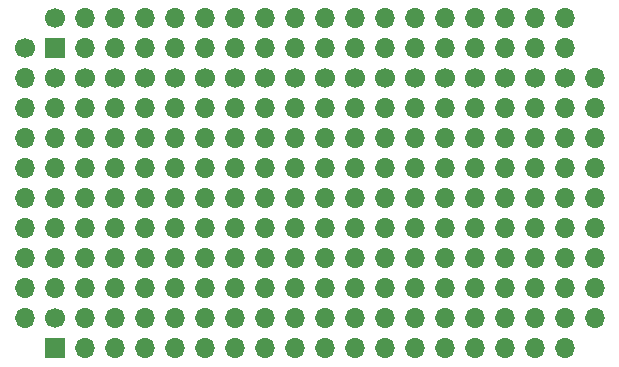
<source format=gbr>
G04 #@! TF.GenerationSoftware,KiCad,Pcbnew,(5.0.2)-1*
G04 #@! TF.CreationDate,2019-01-14T22:57:45+09:00*
G04 #@! TF.ProjectId,PocketBeagle,506f636b-6574-4426-9561-676c652e6b69,rev?*
G04 #@! TF.SameCoordinates,Original*
G04 #@! TF.FileFunction,Copper,L3,Inr*
G04 #@! TF.FilePolarity,Positive*
%FSLAX46Y46*%
G04 Gerber Fmt 4.6, Leading zero omitted, Abs format (unit mm)*
G04 Created by KiCad (PCBNEW (5.0.2)-1) date 2019/01/14 22:57:45*
%MOMM*%
%LPD*%
G01*
G04 APERTURE LIST*
G04 #@! TA.AperFunction,ViaPad*
%ADD10C,1.700000*%
G04 #@! TD*
G04 #@! TA.AperFunction,ViaPad*
%ADD11O,1.700000X1.700000*%
G04 #@! TD*
G04 #@! TA.AperFunction,ViaPad*
%ADD12R,1.700000X1.700000*%
G04 #@! TD*
G04 APERTURE END LIST*
D10*
G04 #@! TO.N,Net-(J24-Pad1)*
G04 #@! TO.C,J24*
X170078400Y-96062800D03*
D11*
G04 #@! TO.N,Net-(J24-Pad2)*
X170078400Y-98602800D03*
G04 #@! TO.N,Net-(J24-Pad3)*
X170078400Y-101142800D03*
G04 #@! TO.N,Net-(J24-Pad4)*
X170078400Y-103682800D03*
G04 #@! TO.N,Net-(J24-Pad5)*
X170078400Y-106222800D03*
G04 #@! TO.N,Net-(J24-Pad6)*
X170078400Y-108762800D03*
G04 #@! TO.N,Net-(J24-Pad7)*
X170078400Y-111302800D03*
G04 #@! TO.N,Net-(J24-Pad8)*
X170078400Y-113842800D03*
G04 #@! TD*
G04 #@! TO.N,Net-(J23-Pad8)*
G04 #@! TO.C,J23*
X167538400Y-113842800D03*
G04 #@! TO.N,Net-(J23-Pad7)*
X167538400Y-111302800D03*
G04 #@! TO.N,Net-(J23-Pad6)*
X167538400Y-108762800D03*
G04 #@! TO.N,Net-(J23-Pad5)*
X167538400Y-106222800D03*
G04 #@! TO.N,Net-(J23-Pad4)*
X167538400Y-103682800D03*
G04 #@! TO.N,Net-(J23-Pad3)*
X167538400Y-101142800D03*
G04 #@! TO.N,Net-(J23-Pad2)*
X167538400Y-98602800D03*
D10*
G04 #@! TO.N,Net-(J23-Pad1)*
X167538400Y-96062800D03*
G04 #@! TD*
G04 #@! TO.N,Net-(J22-Pad1)*
G04 #@! TO.C,J22*
X164998400Y-96062800D03*
D11*
G04 #@! TO.N,Net-(J22-Pad2)*
X164998400Y-98602800D03*
G04 #@! TO.N,Net-(J22-Pad3)*
X164998400Y-101142800D03*
G04 #@! TO.N,Net-(J22-Pad4)*
X164998400Y-103682800D03*
G04 #@! TO.N,Net-(J22-Pad5)*
X164998400Y-106222800D03*
G04 #@! TO.N,Net-(J22-Pad6)*
X164998400Y-108762800D03*
G04 #@! TO.N,Net-(J22-Pad7)*
X164998400Y-111302800D03*
G04 #@! TO.N,Net-(J22-Pad8)*
X164998400Y-113842800D03*
G04 #@! TD*
G04 #@! TO.N,Net-(J21-Pad8)*
G04 #@! TO.C,J21*
X162458400Y-113842800D03*
G04 #@! TO.N,Net-(J21-Pad7)*
X162458400Y-111302800D03*
G04 #@! TO.N,Net-(J21-Pad6)*
X162458400Y-108762800D03*
G04 #@! TO.N,Net-(J21-Pad5)*
X162458400Y-106222800D03*
G04 #@! TO.N,Net-(J21-Pad4)*
X162458400Y-103682800D03*
G04 #@! TO.N,Net-(J21-Pad3)*
X162458400Y-101142800D03*
G04 #@! TO.N,Net-(J21-Pad2)*
X162458400Y-98602800D03*
D10*
G04 #@! TO.N,Net-(J21-Pad1)*
X162458400Y-96062800D03*
G04 #@! TD*
G04 #@! TO.N,Net-(J20-Pad1)*
G04 #@! TO.C,J20*
X159918400Y-96062800D03*
D11*
G04 #@! TO.N,Net-(J20-Pad2)*
X159918400Y-98602800D03*
G04 #@! TO.N,Net-(J20-Pad3)*
X159918400Y-101142800D03*
G04 #@! TO.N,Net-(J20-Pad4)*
X159918400Y-103682800D03*
G04 #@! TO.N,Net-(J20-Pad5)*
X159918400Y-106222800D03*
G04 #@! TO.N,Net-(J20-Pad6)*
X159918400Y-108762800D03*
G04 #@! TO.N,Net-(J20-Pad7)*
X159918400Y-111302800D03*
G04 #@! TO.N,Net-(J20-Pad8)*
X159918400Y-113842800D03*
G04 #@! TD*
G04 #@! TO.N,Net-(J19-Pad8)*
G04 #@! TO.C,J19*
X157378400Y-113842800D03*
G04 #@! TO.N,Net-(J19-Pad7)*
X157378400Y-111302800D03*
G04 #@! TO.N,Net-(J19-Pad6)*
X157378400Y-108762800D03*
G04 #@! TO.N,Net-(J19-Pad5)*
X157378400Y-106222800D03*
G04 #@! TO.N,Net-(J19-Pad4)*
X157378400Y-103682800D03*
G04 #@! TO.N,Net-(J19-Pad3)*
X157378400Y-101142800D03*
G04 #@! TO.N,Net-(J19-Pad2)*
X157378400Y-98602800D03*
D10*
G04 #@! TO.N,Net-(J19-Pad1)*
X157378400Y-96062800D03*
G04 #@! TD*
G04 #@! TO.N,Net-(J18-Pad1)*
G04 #@! TO.C,J18*
X154838400Y-96062800D03*
D11*
G04 #@! TO.N,Net-(J18-Pad2)*
X154838400Y-98602800D03*
G04 #@! TO.N,Net-(J18-Pad3)*
X154838400Y-101142800D03*
G04 #@! TO.N,Net-(J18-Pad4)*
X154838400Y-103682800D03*
G04 #@! TO.N,Net-(J18-Pad5)*
X154838400Y-106222800D03*
G04 #@! TO.N,Net-(J18-Pad6)*
X154838400Y-108762800D03*
G04 #@! TO.N,Net-(J18-Pad7)*
X154838400Y-111302800D03*
G04 #@! TO.N,Net-(J18-Pad8)*
X154838400Y-113842800D03*
G04 #@! TD*
G04 #@! TO.N,Net-(J17-Pad8)*
G04 #@! TO.C,J17*
X152298400Y-113842800D03*
G04 #@! TO.N,Net-(J17-Pad7)*
X152298400Y-111302800D03*
G04 #@! TO.N,Net-(J17-Pad6)*
X152298400Y-108762800D03*
G04 #@! TO.N,Net-(J17-Pad5)*
X152298400Y-106222800D03*
G04 #@! TO.N,Net-(J17-Pad4)*
X152298400Y-103682800D03*
G04 #@! TO.N,Net-(J17-Pad3)*
X152298400Y-101142800D03*
G04 #@! TO.N,Net-(J17-Pad2)*
X152298400Y-98602800D03*
D10*
G04 #@! TO.N,Net-(J17-Pad1)*
X152298400Y-96062800D03*
G04 #@! TD*
G04 #@! TO.N,Net-(J16-Pad1)*
G04 #@! TO.C,J16*
X149758400Y-96062800D03*
D11*
G04 #@! TO.N,Net-(J16-Pad2)*
X149758400Y-98602800D03*
G04 #@! TO.N,Net-(J16-Pad3)*
X149758400Y-101142800D03*
G04 #@! TO.N,Net-(J16-Pad4)*
X149758400Y-103682800D03*
G04 #@! TO.N,Net-(J16-Pad5)*
X149758400Y-106222800D03*
G04 #@! TO.N,Net-(J16-Pad6)*
X149758400Y-108762800D03*
G04 #@! TO.N,Net-(J16-Pad7)*
X149758400Y-111302800D03*
G04 #@! TO.N,Net-(J16-Pad8)*
X149758400Y-113842800D03*
G04 #@! TD*
G04 #@! TO.N,Net-(J15-Pad8)*
G04 #@! TO.C,J15*
X147218400Y-113842800D03*
G04 #@! TO.N,Net-(J15-Pad7)*
X147218400Y-111302800D03*
G04 #@! TO.N,Net-(J15-Pad6)*
X147218400Y-108762800D03*
G04 #@! TO.N,Net-(J15-Pad5)*
X147218400Y-106222800D03*
G04 #@! TO.N,Net-(J15-Pad4)*
X147218400Y-103682800D03*
G04 #@! TO.N,Net-(J15-Pad3)*
X147218400Y-101142800D03*
G04 #@! TO.N,Net-(J15-Pad2)*
X147218400Y-98602800D03*
D10*
G04 #@! TO.N,Net-(J15-Pad1)*
X147218400Y-96062800D03*
G04 #@! TD*
G04 #@! TO.N,Net-(J14-Pad1)*
G04 #@! TO.C,J14*
X144678400Y-96062800D03*
D11*
G04 #@! TO.N,Net-(J14-Pad2)*
X144678400Y-98602800D03*
G04 #@! TO.N,Net-(J14-Pad3)*
X144678400Y-101142800D03*
G04 #@! TO.N,Net-(J14-Pad4)*
X144678400Y-103682800D03*
G04 #@! TO.N,Net-(J14-Pad5)*
X144678400Y-106222800D03*
G04 #@! TO.N,Net-(J14-Pad6)*
X144678400Y-108762800D03*
G04 #@! TO.N,Net-(J14-Pad7)*
X144678400Y-111302800D03*
G04 #@! TO.N,Net-(J14-Pad8)*
X144678400Y-113842800D03*
G04 #@! TD*
G04 #@! TO.N,Net-(J13-Pad8)*
G04 #@! TO.C,J13*
X142138400Y-113842800D03*
G04 #@! TO.N,Net-(J13-Pad7)*
X142138400Y-111302800D03*
G04 #@! TO.N,Net-(J13-Pad6)*
X142138400Y-108762800D03*
G04 #@! TO.N,Net-(J13-Pad5)*
X142138400Y-106222800D03*
G04 #@! TO.N,Net-(J13-Pad4)*
X142138400Y-103682800D03*
G04 #@! TO.N,Net-(J13-Pad3)*
X142138400Y-101142800D03*
G04 #@! TO.N,Net-(J13-Pad2)*
X142138400Y-98602800D03*
D10*
G04 #@! TO.N,Net-(J13-Pad1)*
X142138400Y-96062800D03*
G04 #@! TD*
G04 #@! TO.N,Net-(J12-Pad1)*
G04 #@! TO.C,J12*
X139598400Y-96062800D03*
D11*
G04 #@! TO.N,Net-(J12-Pad2)*
X139598400Y-98602800D03*
G04 #@! TO.N,Net-(J12-Pad3)*
X139598400Y-101142800D03*
G04 #@! TO.N,Net-(J12-Pad4)*
X139598400Y-103682800D03*
G04 #@! TO.N,Net-(J12-Pad5)*
X139598400Y-106222800D03*
G04 #@! TO.N,Net-(J12-Pad6)*
X139598400Y-108762800D03*
G04 #@! TO.N,Net-(J12-Pad7)*
X139598400Y-111302800D03*
G04 #@! TO.N,Net-(J12-Pad8)*
X139598400Y-113842800D03*
G04 #@! TD*
G04 #@! TO.N,Net-(J11-Pad8)*
G04 #@! TO.C,J11*
X137058400Y-113842800D03*
G04 #@! TO.N,Net-(J11-Pad7)*
X137058400Y-111302800D03*
G04 #@! TO.N,Net-(J11-Pad6)*
X137058400Y-108762800D03*
G04 #@! TO.N,Net-(J11-Pad5)*
X137058400Y-106222800D03*
G04 #@! TO.N,Net-(J11-Pad4)*
X137058400Y-103682800D03*
G04 #@! TO.N,Net-(J11-Pad3)*
X137058400Y-101142800D03*
G04 #@! TO.N,Net-(J11-Pad2)*
X137058400Y-98602800D03*
D10*
G04 #@! TO.N,Net-(J11-Pad1)*
X137058400Y-96062800D03*
G04 #@! TD*
G04 #@! TO.N,Net-(J10-Pad1)*
G04 #@! TO.C,J10*
X134518400Y-96062800D03*
D11*
G04 #@! TO.N,Net-(J10-Pad2)*
X134518400Y-98602800D03*
G04 #@! TO.N,Net-(J10-Pad3)*
X134518400Y-101142800D03*
G04 #@! TO.N,Net-(J10-Pad4)*
X134518400Y-103682800D03*
G04 #@! TO.N,Net-(J10-Pad5)*
X134518400Y-106222800D03*
G04 #@! TO.N,Net-(J10-Pad6)*
X134518400Y-108762800D03*
G04 #@! TO.N,Net-(J10-Pad7)*
X134518400Y-111302800D03*
G04 #@! TO.N,Net-(J10-Pad8)*
X134518400Y-113842800D03*
G04 #@! TD*
G04 #@! TO.N,Net-(J9-Pad8)*
G04 #@! TO.C,J9*
X131978400Y-113842800D03*
G04 #@! TO.N,Net-(J9-Pad7)*
X131978400Y-111302800D03*
G04 #@! TO.N,Net-(J9-Pad6)*
X131978400Y-108762800D03*
G04 #@! TO.N,Net-(J9-Pad5)*
X131978400Y-106222800D03*
G04 #@! TO.N,Net-(J9-Pad4)*
X131978400Y-103682800D03*
G04 #@! TO.N,Net-(J9-Pad3)*
X131978400Y-101142800D03*
G04 #@! TO.N,Net-(J9-Pad2)*
X131978400Y-98602800D03*
D10*
G04 #@! TO.N,Net-(J9-Pad1)*
X131978400Y-96062800D03*
G04 #@! TD*
G04 #@! TO.N,Net-(J8-Pad1)*
G04 #@! TO.C,J8*
X129438400Y-96062800D03*
D11*
G04 #@! TO.N,Net-(J8-Pad2)*
X129438400Y-98602800D03*
G04 #@! TO.N,Net-(J8-Pad3)*
X129438400Y-101142800D03*
G04 #@! TO.N,Net-(J8-Pad4)*
X129438400Y-103682800D03*
G04 #@! TO.N,Net-(J8-Pad5)*
X129438400Y-106222800D03*
G04 #@! TO.N,Net-(J8-Pad6)*
X129438400Y-108762800D03*
G04 #@! TO.N,Net-(J8-Pad7)*
X129438400Y-111302800D03*
G04 #@! TO.N,Net-(J8-Pad8)*
X129438400Y-113842800D03*
G04 #@! TD*
G04 #@! TO.N,Net-(J7-Pad8)*
G04 #@! TO.C,J7*
X126898400Y-113842800D03*
G04 #@! TO.N,Net-(J7-Pad7)*
X126898400Y-111302800D03*
G04 #@! TO.N,Net-(J7-Pad6)*
X126898400Y-108762800D03*
G04 #@! TO.N,Net-(J7-Pad5)*
X126898400Y-106222800D03*
G04 #@! TO.N,Net-(J7-Pad4)*
X126898400Y-103682800D03*
G04 #@! TO.N,Net-(J7-Pad3)*
X126898400Y-101142800D03*
G04 #@! TO.N,Net-(J7-Pad2)*
X126898400Y-98602800D03*
D10*
G04 #@! TO.N,Net-(J7-Pad1)*
X126898400Y-96062800D03*
G04 #@! TD*
D11*
G04 #@! TO.N,Net-(J6-Pad10)*
G04 #@! TO.C,J6*
X172618400Y-116382800D03*
G04 #@! TO.N,Net-(J6-Pad9)*
X172618400Y-113842800D03*
G04 #@! TO.N,Net-(J6-Pad8)*
X172618400Y-111302800D03*
G04 #@! TO.N,Net-(J6-Pad7)*
X172618400Y-108762800D03*
G04 #@! TO.N,Net-(J6-Pad6)*
X172618400Y-106222800D03*
G04 #@! TO.N,Net-(J6-Pad5)*
X172618400Y-103682800D03*
G04 #@! TO.N,Net-(J6-Pad4)*
X172618400Y-101142800D03*
G04 #@! TO.N,Net-(J6-Pad3)*
X172618400Y-98602800D03*
G04 #@! TO.N,Net-(J6-Pad2)*
X172618400Y-96062800D03*
G04 #@! TD*
D10*
G04 #@! TO.N,Net-(J5-Pad1)*
G04 #@! TO.C,J5*
X124358400Y-93522800D03*
D11*
G04 #@! TO.N,Net-(J5-Pad2)*
X124358400Y-96062800D03*
G04 #@! TO.N,Net-(J5-Pad3)*
X124358400Y-98602800D03*
G04 #@! TO.N,Net-(J5-Pad4)*
X124358400Y-101142800D03*
G04 #@! TO.N,Net-(J5-Pad5)*
X124358400Y-103682800D03*
G04 #@! TO.N,Net-(J5-Pad6)*
X124358400Y-106222800D03*
G04 #@! TO.N,Net-(J5-Pad7)*
X124358400Y-108762800D03*
G04 #@! TO.N,Net-(J5-Pad8)*
X124358400Y-111302800D03*
G04 #@! TO.N,Net-(J5-Pad9)*
X124358400Y-113842800D03*
G04 #@! TO.N,Net-(J5-Pad10)*
X124358400Y-116382800D03*
G04 #@! TD*
D10*
G04 #@! TO.N,Net-(J2-Pad1)*
G04 #@! TO.C,J2*
X126898400Y-116382800D03*
D11*
G04 #@! TO.N,Net-(J2-Pad2)*
X129438400Y-116382800D03*
G04 #@! TO.N,Net-(J2-Pad3)*
X131978400Y-116382800D03*
G04 #@! TO.N,Net-(J2-Pad4)*
X134518400Y-116382800D03*
G04 #@! TO.N,Net-(J2-Pad5)*
X137058400Y-116382800D03*
G04 #@! TO.N,Net-(J2-Pad6)*
X139598400Y-116382800D03*
G04 #@! TO.N,Net-(J2-Pad7)*
X142138400Y-116382800D03*
G04 #@! TO.N,Net-(J2-Pad8)*
X144678400Y-116382800D03*
G04 #@! TO.N,Net-(J2-Pad9)*
X147218400Y-116382800D03*
G04 #@! TO.N,Net-(J2-Pad10)*
X149758400Y-116382800D03*
G04 #@! TO.N,Net-(J2-Pad11)*
X152298400Y-116382800D03*
G04 #@! TO.N,Net-(J2-Pad12)*
X154838400Y-116382800D03*
G04 #@! TO.N,Net-(J2-Pad13)*
X157378400Y-116382800D03*
G04 #@! TO.N,Net-(J2-Pad14)*
X159918400Y-116382800D03*
G04 #@! TO.N,Net-(J2-Pad15)*
X162458400Y-116382800D03*
G04 #@! TO.N,Net-(J2-Pad16)*
X164998400Y-116382800D03*
G04 #@! TO.N,Net-(J2-Pad17)*
X167538400Y-116382800D03*
G04 #@! TO.N,Net-(J2-Pad18)*
X170078400Y-116382800D03*
G04 #@! TD*
G04 #@! TO.N,Net-(J1-Pad18)*
G04 #@! TO.C,J1*
X170078400Y-118922800D03*
G04 #@! TO.N,Net-(J1-Pad17)*
X167538400Y-118922800D03*
G04 #@! TO.N,Net-(J1-Pad16)*
X164998400Y-118922800D03*
G04 #@! TO.N,Net-(J1-Pad15)*
X162458400Y-118922800D03*
G04 #@! TO.N,Net-(J1-Pad14)*
X159918400Y-118922800D03*
G04 #@! TO.N,Net-(J1-Pad13)*
X157378400Y-118922800D03*
G04 #@! TO.N,Net-(J1-Pad12)*
X154838400Y-118922800D03*
G04 #@! TO.N,Net-(J1-Pad11)*
X152298400Y-118922800D03*
G04 #@! TO.N,Net-(J1-Pad10)*
X149758400Y-118922800D03*
G04 #@! TO.N,Net-(J1-Pad9)*
X147218400Y-118922800D03*
G04 #@! TO.N,Net-(J1-Pad8)*
X144678400Y-118922800D03*
G04 #@! TO.N,Net-(J1-Pad7)*
X142138400Y-118922800D03*
G04 #@! TO.N,Net-(J1-Pad6)*
X139598400Y-118922800D03*
G04 #@! TO.N,Net-(J1-Pad5)*
X137058400Y-118922800D03*
G04 #@! TO.N,Net-(J1-Pad4)*
X134518400Y-118922800D03*
G04 #@! TO.N,Net-(J1-Pad3)*
X131978400Y-118922800D03*
G04 #@! TO.N,Net-(J1-Pad2)*
X129438400Y-118922800D03*
D12*
G04 #@! TO.N,Net-(J1-Pad1)*
X126898400Y-118922800D03*
G04 #@! TD*
D10*
G04 #@! TO.N,Net-(J4-Pad1)*
G04 #@! TO.C,J4*
X126898400Y-90982800D03*
D11*
G04 #@! TO.N,Net-(J4-Pad2)*
X129438400Y-90982800D03*
G04 #@! TO.N,Net-(J4-Pad3)*
X131978400Y-90982800D03*
G04 #@! TO.N,Net-(J4-Pad4)*
X134518400Y-90982800D03*
G04 #@! TO.N,Net-(J4-Pad5)*
X137058400Y-90982800D03*
G04 #@! TO.N,Net-(J4-Pad6)*
X139598400Y-90982800D03*
G04 #@! TO.N,Net-(J4-Pad7)*
X142138400Y-90982800D03*
G04 #@! TO.N,Net-(J4-Pad8)*
X144678400Y-90982800D03*
G04 #@! TO.N,Net-(J4-Pad9)*
X147218400Y-90982800D03*
G04 #@! TO.N,Net-(J4-Pad10)*
X149758400Y-90982800D03*
G04 #@! TO.N,Net-(J4-Pad11)*
X152298400Y-90982800D03*
G04 #@! TO.N,Net-(J4-Pad12)*
X154838400Y-90982800D03*
G04 #@! TO.N,Net-(J4-Pad13)*
X157378400Y-90982800D03*
G04 #@! TO.N,Net-(J4-Pad14)*
X159918400Y-90982800D03*
G04 #@! TO.N,Net-(J4-Pad15)*
X162458400Y-90982800D03*
G04 #@! TO.N,Net-(J4-Pad16)*
X164998400Y-90982800D03*
G04 #@! TO.N,Net-(J4-Pad17)*
X167538400Y-90982800D03*
G04 #@! TO.N,Net-(J4-Pad18)*
X170078400Y-90982800D03*
G04 #@! TD*
G04 #@! TO.N,Net-(J3-Pad18)*
G04 #@! TO.C,J3*
X170078400Y-93522800D03*
G04 #@! TO.N,Net-(J3-Pad17)*
X167538400Y-93522800D03*
G04 #@! TO.N,Net-(J3-Pad16)*
X164998400Y-93522800D03*
G04 #@! TO.N,Net-(J3-Pad15)*
X162458400Y-93522800D03*
G04 #@! TO.N,Net-(J3-Pad14)*
X159918400Y-93522800D03*
G04 #@! TO.N,Net-(J3-Pad13)*
X157378400Y-93522800D03*
G04 #@! TO.N,Net-(J3-Pad12)*
X154838400Y-93522800D03*
G04 #@! TO.N,Net-(J3-Pad11)*
X152298400Y-93522800D03*
G04 #@! TO.N,Net-(J3-Pad10)*
X149758400Y-93522800D03*
G04 #@! TO.N,Net-(J3-Pad9)*
X147218400Y-93522800D03*
G04 #@! TO.N,Net-(J3-Pad8)*
X144678400Y-93522800D03*
G04 #@! TO.N,Net-(J3-Pad7)*
X142138400Y-93522800D03*
G04 #@! TO.N,Net-(J3-Pad6)*
X139598400Y-93522800D03*
G04 #@! TO.N,Net-(J3-Pad5)*
X137058400Y-93522800D03*
G04 #@! TO.N,Net-(J3-Pad4)*
X134518400Y-93522800D03*
G04 #@! TO.N,Net-(J3-Pad3)*
X131978400Y-93522800D03*
G04 #@! TO.N,Net-(J3-Pad2)*
X129438400Y-93522800D03*
D12*
G04 #@! TO.N,Net-(J3-Pad1)*
X126898400Y-93522800D03*
G04 #@! TD*
M02*

</source>
